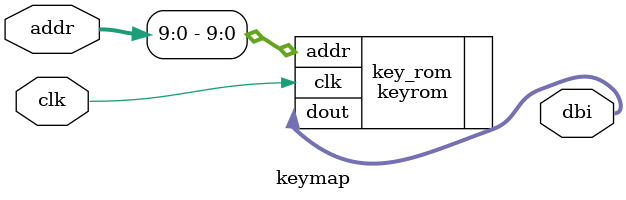
<source format=v>
`default_nettype none
module keymap (
  input clk,
  input [10:0] addr,
  output [7:0] dbi
);

  keyrom #(
    .MEM_INIT_FILE("../roms/keymap.mem")
  )
  key_rom (
    .clk(clk),
    .addr(addr[9:0]),
    .dout(dbi)
  );

endmodule


</source>
